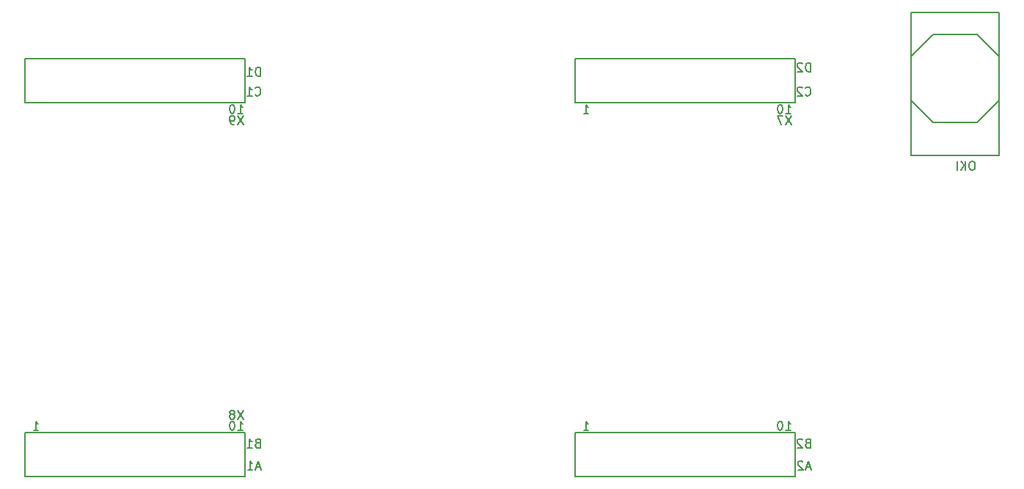
<source format=gbr>
G04 #@! TF.GenerationSoftware,KiCad,Pcbnew,(5.0.0)*
G04 #@! TF.CreationDate,2020-11-30T18:27:02-06:00*
G04 #@! TF.ProjectId,GiecoBoard_2021_Rev1,476965636F426F6172645F323032315F,rev?*
G04 #@! TF.SameCoordinates,Original*
G04 #@! TF.FileFunction,Legend,Bot*
G04 #@! TF.FilePolarity,Positive*
%FSLAX46Y46*%
G04 Gerber Fmt 4.6, Leading zero omitted, Abs format (unit mm)*
G04 Created by KiCad (PCBNEW (5.0.0)) date 11/30/20 18:27:02*
%MOMM*%
%LPD*%
G01*
G04 APERTURE LIST*
%ADD10C,0.150000*%
G04 APERTURE END LIST*
D10*
G04 #@! TO.C,U1*
X149860000Y-64135000D02*
X149860000Y-69215000D01*
X175260000Y-64135000D02*
X149860000Y-64135000D01*
X175260000Y-69215000D02*
X175260000Y-64135000D01*
X149860000Y-112395000D02*
X175260000Y-112395000D01*
X149860000Y-107315000D02*
X149860000Y-112395000D01*
X175260000Y-112395000D02*
X175260000Y-107315000D01*
X149860000Y-69215000D02*
X175260000Y-69215000D01*
X175260000Y-107315000D02*
X149860000Y-107315000D01*
X86360000Y-69215000D02*
X111760000Y-69215000D01*
X86360000Y-64135000D02*
X86360000Y-69215000D01*
X111760000Y-64135000D02*
X86360000Y-64135000D01*
X111760000Y-69215000D02*
X111760000Y-64135000D01*
X86360000Y-112395000D02*
X111760000Y-112395000D01*
X86360000Y-107315000D02*
X86360000Y-112395000D01*
X111760000Y-107315000D02*
X86360000Y-107315000D01*
X111760000Y-112395000D02*
X111760000Y-107315000D01*
G04 #@! TO.C,U2*
X188595000Y-58754704D02*
X188595000Y-75264704D01*
X198755000Y-75264704D02*
X198755000Y-58754704D01*
X188595000Y-75264704D02*
X198755000Y-75264704D01*
X188595000Y-58754704D02*
X198755000Y-58754704D01*
X191135000Y-71454704D02*
X196215000Y-71454704D01*
X188595000Y-68914704D02*
X191135000Y-71454704D01*
X188595000Y-63834704D02*
X188595000Y-68914704D01*
X191135000Y-61294704D02*
X188595000Y-63834704D01*
X196215000Y-61294704D02*
X191135000Y-61294704D01*
X198755000Y-63834704D02*
X196215000Y-61294704D01*
X198755000Y-68914704D02*
X198755000Y-63834704D01*
X196215000Y-71454704D02*
X198755000Y-68914704D01*
G04 #@! TO.C,U1*
X110934476Y-70429380D02*
X111505904Y-70429380D01*
X111220190Y-70429380D02*
X111220190Y-69429380D01*
X111315428Y-69572238D01*
X111410666Y-69667476D01*
X111505904Y-69715095D01*
X110315428Y-69429380D02*
X110220190Y-69429380D01*
X110124952Y-69477000D01*
X110077333Y-69524619D01*
X110029714Y-69619857D01*
X109982095Y-69810333D01*
X109982095Y-70048428D01*
X110029714Y-70238904D01*
X110077333Y-70334142D01*
X110124952Y-70381761D01*
X110220190Y-70429380D01*
X110315428Y-70429380D01*
X110410666Y-70381761D01*
X110458285Y-70334142D01*
X110505904Y-70238904D01*
X110553523Y-70048428D01*
X110553523Y-69810333D01*
X110505904Y-69619857D01*
X110458285Y-69524619D01*
X110410666Y-69477000D01*
X110315428Y-69429380D01*
X87344285Y-107005380D02*
X87915714Y-107005380D01*
X87630000Y-107005380D02*
X87630000Y-106005380D01*
X87725238Y-106148238D01*
X87820476Y-106243476D01*
X87915714Y-106291095D01*
X110934476Y-107005380D02*
X111505904Y-107005380D01*
X111220190Y-107005380D02*
X111220190Y-106005380D01*
X111315428Y-106148238D01*
X111410666Y-106243476D01*
X111505904Y-106291095D01*
X110315428Y-106005380D02*
X110220190Y-106005380D01*
X110124952Y-106053000D01*
X110077333Y-106100619D01*
X110029714Y-106195857D01*
X109982095Y-106386333D01*
X109982095Y-106624428D01*
X110029714Y-106814904D01*
X110077333Y-106910142D01*
X110124952Y-106957761D01*
X110220190Y-107005380D01*
X110315428Y-107005380D01*
X110410666Y-106957761D01*
X110458285Y-106910142D01*
X110505904Y-106814904D01*
X110553523Y-106624428D01*
X110553523Y-106386333D01*
X110505904Y-106195857D01*
X110458285Y-106100619D01*
X110410666Y-106053000D01*
X110315428Y-106005380D01*
X150844285Y-70429380D02*
X151415714Y-70429380D01*
X151130000Y-70429380D02*
X151130000Y-69429380D01*
X151225238Y-69572238D01*
X151320476Y-69667476D01*
X151415714Y-69715095D01*
X174180476Y-70429380D02*
X174751904Y-70429380D01*
X174466190Y-70429380D02*
X174466190Y-69429380D01*
X174561428Y-69572238D01*
X174656666Y-69667476D01*
X174751904Y-69715095D01*
X173561428Y-69429380D02*
X173466190Y-69429380D01*
X173370952Y-69477000D01*
X173323333Y-69524619D01*
X173275714Y-69619857D01*
X173228095Y-69810333D01*
X173228095Y-70048428D01*
X173275714Y-70238904D01*
X173323333Y-70334142D01*
X173370952Y-70381761D01*
X173466190Y-70429380D01*
X173561428Y-70429380D01*
X173656666Y-70381761D01*
X173704285Y-70334142D01*
X173751904Y-70238904D01*
X173799523Y-70048428D01*
X173799523Y-69810333D01*
X173751904Y-69619857D01*
X173704285Y-69524619D01*
X173656666Y-69477000D01*
X173561428Y-69429380D01*
X174180476Y-107005380D02*
X174751904Y-107005380D01*
X174466190Y-107005380D02*
X174466190Y-106005380D01*
X174561428Y-106148238D01*
X174656666Y-106243476D01*
X174751904Y-106291095D01*
X173561428Y-106005380D02*
X173466190Y-106005380D01*
X173370952Y-106053000D01*
X173323333Y-106100619D01*
X173275714Y-106195857D01*
X173228095Y-106386333D01*
X173228095Y-106624428D01*
X173275714Y-106814904D01*
X173323333Y-106910142D01*
X173370952Y-106957761D01*
X173466190Y-107005380D01*
X173561428Y-107005380D01*
X173656666Y-106957761D01*
X173704285Y-106910142D01*
X173751904Y-106814904D01*
X173799523Y-106624428D01*
X173799523Y-106386333D01*
X173751904Y-106195857D01*
X173704285Y-106100619D01*
X173656666Y-106053000D01*
X173561428Y-106005380D01*
X150844285Y-107005380D02*
X151415714Y-107005380D01*
X151130000Y-107005380D02*
X151130000Y-106005380D01*
X151225238Y-106148238D01*
X151320476Y-106243476D01*
X151415714Y-106291095D01*
X111553523Y-70699380D02*
X110886857Y-71699380D01*
X110886857Y-70699380D02*
X111553523Y-71699380D01*
X110458285Y-71699380D02*
X110267809Y-71699380D01*
X110172571Y-71651761D01*
X110124952Y-71604142D01*
X110029714Y-71461285D01*
X109982095Y-71270809D01*
X109982095Y-70889857D01*
X110029714Y-70794619D01*
X110077333Y-70747000D01*
X110172571Y-70699380D01*
X110363047Y-70699380D01*
X110458285Y-70747000D01*
X110505904Y-70794619D01*
X110553523Y-70889857D01*
X110553523Y-71127952D01*
X110505904Y-71223190D01*
X110458285Y-71270809D01*
X110363047Y-71318428D01*
X110172571Y-71318428D01*
X110077333Y-71270809D01*
X110029714Y-71223190D01*
X109982095Y-71127952D01*
X111553523Y-104735380D02*
X110886857Y-105735380D01*
X110886857Y-104735380D02*
X111553523Y-105735380D01*
X110363047Y-105163952D02*
X110458285Y-105116333D01*
X110505904Y-105068714D01*
X110553523Y-104973476D01*
X110553523Y-104925857D01*
X110505904Y-104830619D01*
X110458285Y-104783000D01*
X110363047Y-104735380D01*
X110172571Y-104735380D01*
X110077333Y-104783000D01*
X110029714Y-104830619D01*
X109982095Y-104925857D01*
X109982095Y-104973476D01*
X110029714Y-105068714D01*
X110077333Y-105116333D01*
X110172571Y-105163952D01*
X110363047Y-105163952D01*
X110458285Y-105211571D01*
X110505904Y-105259190D01*
X110553523Y-105354428D01*
X110553523Y-105544904D01*
X110505904Y-105640142D01*
X110458285Y-105687761D01*
X110363047Y-105735380D01*
X110172571Y-105735380D01*
X110077333Y-105687761D01*
X110029714Y-105640142D01*
X109982095Y-105544904D01*
X109982095Y-105354428D01*
X110029714Y-105259190D01*
X110077333Y-105211571D01*
X110172571Y-105163952D01*
X174799523Y-70699380D02*
X174132857Y-71699380D01*
X174132857Y-70699380D02*
X174799523Y-71699380D01*
X173847142Y-70699380D02*
X173180476Y-70699380D01*
X173609047Y-71699380D01*
X112942666Y-68302142D02*
X112990285Y-68349761D01*
X113133142Y-68397380D01*
X113228380Y-68397380D01*
X113371238Y-68349761D01*
X113466476Y-68254523D01*
X113514095Y-68159285D01*
X113561714Y-67968809D01*
X113561714Y-67825952D01*
X113514095Y-67635476D01*
X113466476Y-67540238D01*
X113371238Y-67445000D01*
X113228380Y-67397380D01*
X113133142Y-67397380D01*
X112990285Y-67445000D01*
X112942666Y-67492619D01*
X111990285Y-68397380D02*
X112561714Y-68397380D01*
X112276000Y-68397380D02*
X112276000Y-67397380D01*
X112371238Y-67540238D01*
X112466476Y-67635476D01*
X112561714Y-67683095D01*
X113514095Y-66111380D02*
X113514095Y-65111380D01*
X113276000Y-65111380D01*
X113133142Y-65159000D01*
X113037904Y-65254238D01*
X112990285Y-65349476D01*
X112942666Y-65539952D01*
X112942666Y-65682809D01*
X112990285Y-65873285D01*
X113037904Y-65968523D01*
X113133142Y-66063761D01*
X113276000Y-66111380D01*
X113514095Y-66111380D01*
X111990285Y-66111380D02*
X112561714Y-66111380D01*
X112276000Y-66111380D02*
X112276000Y-65111380D01*
X112371238Y-65254238D01*
X112466476Y-65349476D01*
X112561714Y-65397095D01*
X176442666Y-68302142D02*
X176490285Y-68349761D01*
X176633142Y-68397380D01*
X176728380Y-68397380D01*
X176871238Y-68349761D01*
X176966476Y-68254523D01*
X177014095Y-68159285D01*
X177061714Y-67968809D01*
X177061714Y-67825952D01*
X177014095Y-67635476D01*
X176966476Y-67540238D01*
X176871238Y-67445000D01*
X176728380Y-67397380D01*
X176633142Y-67397380D01*
X176490285Y-67445000D01*
X176442666Y-67492619D01*
X176061714Y-67492619D02*
X176014095Y-67445000D01*
X175918857Y-67397380D01*
X175680761Y-67397380D01*
X175585523Y-67445000D01*
X175537904Y-67492619D01*
X175490285Y-67587857D01*
X175490285Y-67683095D01*
X175537904Y-67825952D01*
X176109333Y-68397380D01*
X175490285Y-68397380D01*
X177014095Y-65603380D02*
X177014095Y-64603380D01*
X176776000Y-64603380D01*
X176633142Y-64651000D01*
X176537904Y-64746238D01*
X176490285Y-64841476D01*
X176442666Y-65031952D01*
X176442666Y-65174809D01*
X176490285Y-65365285D01*
X176537904Y-65460523D01*
X176633142Y-65555761D01*
X176776000Y-65603380D01*
X177014095Y-65603380D01*
X176061714Y-64698619D02*
X176014095Y-64651000D01*
X175918857Y-64603380D01*
X175680761Y-64603380D01*
X175585523Y-64651000D01*
X175537904Y-64698619D01*
X175490285Y-64793857D01*
X175490285Y-64889095D01*
X175537904Y-65031952D01*
X176109333Y-65603380D01*
X175490285Y-65603380D01*
X113180761Y-108513571D02*
X113037904Y-108561190D01*
X112990285Y-108608809D01*
X112942666Y-108704047D01*
X112942666Y-108846904D01*
X112990285Y-108942142D01*
X113037904Y-108989761D01*
X113133142Y-109037380D01*
X113514095Y-109037380D01*
X113514095Y-108037380D01*
X113180761Y-108037380D01*
X113085523Y-108085000D01*
X113037904Y-108132619D01*
X112990285Y-108227857D01*
X112990285Y-108323095D01*
X113037904Y-108418333D01*
X113085523Y-108465952D01*
X113180761Y-108513571D01*
X113514095Y-108513571D01*
X111990285Y-109037380D02*
X112561714Y-109037380D01*
X112276000Y-109037380D02*
X112276000Y-108037380D01*
X112371238Y-108180238D01*
X112466476Y-108275476D01*
X112561714Y-108323095D01*
X113490285Y-111291666D02*
X113014095Y-111291666D01*
X113585523Y-111577380D02*
X113252190Y-110577380D01*
X112918857Y-111577380D01*
X112061714Y-111577380D02*
X112633142Y-111577380D01*
X112347428Y-111577380D02*
X112347428Y-110577380D01*
X112442666Y-110720238D01*
X112537904Y-110815476D01*
X112633142Y-110863095D01*
X176680761Y-108513571D02*
X176537904Y-108561190D01*
X176490285Y-108608809D01*
X176442666Y-108704047D01*
X176442666Y-108846904D01*
X176490285Y-108942142D01*
X176537904Y-108989761D01*
X176633142Y-109037380D01*
X177014095Y-109037380D01*
X177014095Y-108037380D01*
X176680761Y-108037380D01*
X176585523Y-108085000D01*
X176537904Y-108132619D01*
X176490285Y-108227857D01*
X176490285Y-108323095D01*
X176537904Y-108418333D01*
X176585523Y-108465952D01*
X176680761Y-108513571D01*
X177014095Y-108513571D01*
X176061714Y-108132619D02*
X176014095Y-108085000D01*
X175918857Y-108037380D01*
X175680761Y-108037380D01*
X175585523Y-108085000D01*
X175537904Y-108132619D01*
X175490285Y-108227857D01*
X175490285Y-108323095D01*
X175537904Y-108465952D01*
X176109333Y-109037380D01*
X175490285Y-109037380D01*
X176990285Y-111291666D02*
X176514095Y-111291666D01*
X177085523Y-111577380D02*
X176752190Y-110577380D01*
X176418857Y-111577380D01*
X176133142Y-110672619D02*
X176085523Y-110625000D01*
X175990285Y-110577380D01*
X175752190Y-110577380D01*
X175656952Y-110625000D01*
X175609333Y-110672619D01*
X175561714Y-110767857D01*
X175561714Y-110863095D01*
X175609333Y-111005952D01*
X176180761Y-111577380D01*
X175561714Y-111577380D01*
G04 #@! TO.C,U2*
X195778333Y-75987084D02*
X195587857Y-75987084D01*
X195492619Y-76034704D01*
X195397380Y-76129942D01*
X195349761Y-76320418D01*
X195349761Y-76653751D01*
X195397380Y-76844227D01*
X195492619Y-76939465D01*
X195587857Y-76987084D01*
X195778333Y-76987084D01*
X195873571Y-76939465D01*
X195968809Y-76844227D01*
X196016428Y-76653751D01*
X196016428Y-76320418D01*
X195968809Y-76129942D01*
X195873571Y-76034704D01*
X195778333Y-75987084D01*
X194921190Y-76987084D02*
X194921190Y-75987084D01*
X194349761Y-76987084D02*
X194778333Y-76415656D01*
X194349761Y-75987084D02*
X194921190Y-76558513D01*
X193921190Y-76987084D02*
X193921190Y-75987084D01*
G04 #@! TD*
M02*

</source>
